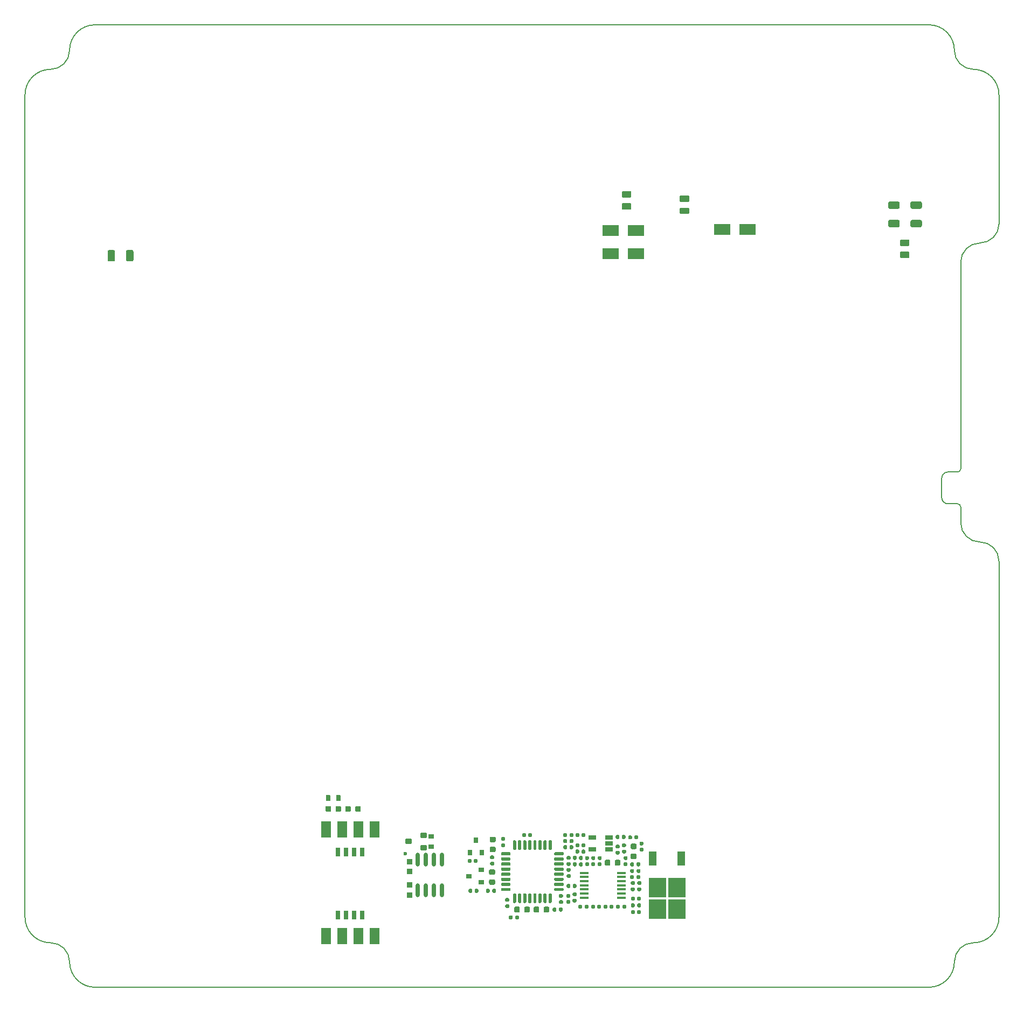
<source format=gtp>
G75*
G70*
%OFA0B0*%
%FSLAX25Y25*%
%IPPOS*%
%LPD*%
%AMOC8*
5,1,8,0,0,1.08239X$1,22.5*
%
%AMM19*
21,1,0.035430,0.030320,0.000000,-0.000000,90.000000*
21,1,0.028350,0.037400,0.000000,-0.000000,90.000000*
1,1,0.007090,0.015160,0.014170*
1,1,0.007090,0.015160,-0.014170*
1,1,0.007090,-0.015160,-0.014170*
1,1,0.007090,-0.015160,0.014170*
%
%AMM20*
21,1,0.033470,0.026770,0.000000,-0.000000,270.000000*
21,1,0.026770,0.033470,0.000000,-0.000000,270.000000*
1,1,0.006690,-0.013390,-0.013390*
1,1,0.006690,-0.013390,0.013390*
1,1,0.006690,0.013390,0.013390*
1,1,0.006690,0.013390,-0.013390*
%
%AMM21*
21,1,0.027560,0.030710,0.000000,-0.000000,90.000000*
21,1,0.022050,0.036220,0.000000,-0.000000,90.000000*
1,1,0.005510,0.015350,0.011020*
1,1,0.005510,0.015350,-0.011020*
1,1,0.005510,-0.015350,-0.011020*
1,1,0.005510,-0.015350,0.011020*
%
%ADD105M19*%
%ADD106M20*%
%ADD107M21*%
%ADD28R,0.04803X0.02559*%
%ADD29R,0.03543X0.03150*%
%ADD43R,0.10827X0.12008*%
%ADD45R,0.04724X0.08661*%
%ADD47R,0.05709X0.01772*%
%ADD51R,0.03150X0.03543*%
%ADD58C,0.02362*%
%ADD62C,0.00787*%
%ADD63R,0.09843X0.07087*%
%ADD72R,0.05984X0.10000*%
%ADD79R,0.02717X0.05315*%
%ADD89O,0.00000X0.00000*%
%ADD92O,0.02362X0.08661*%
X0000000Y0000000D02*
%LPD*%
G01*
D62*
X0015748Y0568110D02*
G75*
G03*
X0027559Y0579921I0000000J0011811D01*
G01*
X0602362Y0472441D02*
X0602362Y0552362D01*
X0027559Y0015748D02*
G75*
G03*
X0043307Y0000000I0015748J0000000D01*
G01*
X0043307Y0595669D02*
X0559055Y0595669D01*
X0586614Y0027559D02*
G75*
G03*
X0602362Y0043307I0000000J0015748D01*
G01*
X0576772Y0299213D02*
X0570866Y0299213D01*
X0043307Y0000000D02*
X0559055Y0000000D01*
X0566929Y0303150D02*
G75*
G03*
X0570866Y0299213I0003937J0000000D01*
G01*
X0015748Y0027559D02*
G75*
G02*
X0000000Y0043307I0000000J0015748D01*
G01*
X0566929Y0303150D02*
X0566929Y0314961D01*
X0578740Y0448819D02*
G75*
G02*
X0590551Y0460630I0011811J0000000D01*
G01*
X0586614Y0027559D02*
G75*
G03*
X0574803Y0015748I0000000J-011811D01*
G01*
X0027559Y0579921D02*
G75*
G02*
X0043307Y0595669I0015748J0000000D01*
G01*
X0000000Y0043307D02*
X0000000Y0552362D01*
X0574803Y0579921D02*
G75*
G03*
X0559055Y0595669I-015748J0000000D01*
G01*
X0590551Y0275591D02*
G75*
G02*
X0602362Y0263780I0000000J-011811D01*
G01*
X0570866Y0318898D02*
X0576772Y0318898D01*
X0015748Y0027559D02*
G75*
G02*
X0027559Y0015748I0000000J-011811D01*
G01*
X0586614Y0568110D02*
G75*
G02*
X0574803Y0579921I0000000J0011811D01*
G01*
X0576772Y0299213D02*
G75*
G02*
X0578740Y0297244I0000000J-001969D01*
G01*
X0576772Y0318898D02*
G75*
G03*
X0578740Y0320866I0000000J0001969D01*
G01*
X0566929Y0314961D02*
G75*
G02*
X0570866Y0318898I0003937J0000000D01*
G01*
X0578740Y0320866D02*
X0578740Y0448819D01*
X0578740Y0287402D02*
X0578740Y0297244D01*
X0590551Y0460630D02*
G75*
G03*
X0602362Y0472441I0000000J0011811D01*
G01*
X0574803Y0015748D02*
G75*
G02*
X0559055Y0000000I-015748J0000000D01*
G01*
X0015748Y0568110D02*
G75*
G03*
X0000000Y0552362I0000000J-015748D01*
G01*
X0578740Y0287402D02*
G75*
G03*
X0590551Y0275591I0011811J0000000D01*
G01*
X0602362Y0043307D02*
X0602362Y0263780D01*
X0586614Y0568110D02*
G75*
G02*
X0602362Y0552362I0000000J-015748D01*
G01*
D63*
X0446850Y0468898D03*
X0431102Y0468898D03*
G36*
G01*
X0186087Y0115539D02*
X0186087Y0118610D01*
G75*
G02*
X0186362Y0118886I0000276J0000000D01*
G01*
X0188567Y0118886D01*
G75*
G02*
X0188843Y0118610I0000000J-000276D01*
G01*
X0188843Y0115539D01*
G75*
G02*
X0188567Y0115264I-000276J0000000D01*
G01*
X0186362Y0115264D01*
G75*
G02*
X0186087Y0115539I0000000J0000276D01*
G01*
G37*
G36*
G01*
X0192386Y0115539D02*
X0192386Y0118610D01*
G75*
G02*
X0192661Y0118886I0000276J0000000D01*
G01*
X0194866Y0118886D01*
G75*
G02*
X0195142Y0118610I0000000J-000276D01*
G01*
X0195142Y0115539D01*
G75*
G02*
X0194866Y0115264I-000276J0000000D01*
G01*
X0192661Y0115264D01*
G75*
G02*
X0192386Y0115539I0000000J0000276D01*
G01*
G37*
G36*
G01*
X0533858Y0482697D02*
X0533858Y0485413D01*
G75*
G02*
X0534764Y0486319I0000906J0000000D01*
G01*
X0540039Y0486319D01*
G75*
G02*
X0540945Y0485413I0000000J-000906D01*
G01*
X0540945Y0482697D01*
G75*
G02*
X0540039Y0481791I-000906J0000000D01*
G01*
X0534764Y0481791D01*
G75*
G02*
X0533858Y0482697I0000000J0000906D01*
G01*
G37*
G36*
G01*
X0533858Y0471279D02*
X0533858Y0473996D01*
G75*
G02*
X0534764Y0474902I0000906J0000000D01*
G01*
X0540039Y0474902D01*
G75*
G02*
X0540945Y0473996I0000000J-000906D01*
G01*
X0540945Y0471279D01*
G75*
G02*
X0540039Y0470374I-000906J0000000D01*
G01*
X0534764Y0470374D01*
G75*
G02*
X0533858Y0471279I0000000J0000906D01*
G01*
G37*
D89*
X0234475Y0072785D03*
G36*
G01*
X0547638Y0482697D02*
X0547638Y0485413D01*
G75*
G02*
X0548543Y0486319I0000906J0000000D01*
G01*
X0553819Y0486319D01*
G75*
G02*
X0554724Y0485413I0000000J-000906D01*
G01*
X0554724Y0482697D01*
G75*
G02*
X0553819Y0481791I-000906J0000000D01*
G01*
X0548543Y0481791D01*
G75*
G02*
X0547638Y0482697I0000000J0000906D01*
G01*
G37*
G36*
G01*
X0547638Y0471279D02*
X0547638Y0473996D01*
G75*
G02*
X0548543Y0474902I0000906J0000000D01*
G01*
X0553819Y0474902D01*
G75*
G02*
X0554724Y0473996I0000000J-000906D01*
G01*
X0554724Y0471279D01*
G75*
G02*
X0553819Y0470374I-000906J0000000D01*
G01*
X0548543Y0470374D01*
G75*
G02*
X0547638Y0471279I0000000J0000906D01*
G01*
G37*
G36*
G01*
X0405413Y0489961D02*
X0410335Y0489961D01*
G75*
G02*
X0410728Y0489567I0000000J-000394D01*
G01*
X0410728Y0486417D01*
G75*
G02*
X0410335Y0486024I-000394J0000000D01*
G01*
X0405413Y0486024D01*
G75*
G02*
X0405020Y0486417I0000000J0000394D01*
G01*
X0405020Y0489567D01*
G75*
G02*
X0405413Y0489961I0000394J0000000D01*
G01*
G37*
G36*
G01*
X0405413Y0482480D02*
X0410335Y0482480D01*
G75*
G02*
X0410728Y0482087I0000000J-000394D01*
G01*
X0410728Y0478937D01*
G75*
G02*
X0410335Y0478543I-000394J0000000D01*
G01*
X0405413Y0478543D01*
G75*
G02*
X0405020Y0478937I0000000J0000394D01*
G01*
X0405020Y0482087D01*
G75*
G02*
X0405413Y0482480I0000394J0000000D01*
G01*
G37*
D63*
X0377953Y0468504D03*
X0362205Y0468504D03*
G36*
G01*
X0541634Y0462795D02*
X0546555Y0462795D01*
G75*
G02*
X0546949Y0462402I0000000J-000394D01*
G01*
X0546949Y0459252D01*
G75*
G02*
X0546555Y0458858I-000394J0000000D01*
G01*
X0541634Y0458858D01*
G75*
G02*
X0541240Y0459252I0000000J0000394D01*
G01*
X0541240Y0462402D01*
G75*
G02*
X0541634Y0462795I0000394J0000000D01*
G01*
G37*
G36*
G01*
X0541634Y0455315D02*
X0546555Y0455315D01*
G75*
G02*
X0546949Y0454921I0000000J-000394D01*
G01*
X0546949Y0451772D01*
G75*
G02*
X0546555Y0451378I-000394J0000000D01*
G01*
X0541634Y0451378D01*
G75*
G02*
X0541240Y0451772I0000000J0000394D01*
G01*
X0541240Y0454921D01*
G75*
G02*
X0541634Y0455315I0000394J0000000D01*
G01*
G37*
G36*
G01*
X0195437Y0111720D02*
X0195437Y0109043D01*
G75*
G02*
X0195102Y0108709I-000335J0000000D01*
G01*
X0192425Y0108709D01*
G75*
G02*
X0192091Y0109043I0000000J0000335D01*
G01*
X0192091Y0111720D01*
G75*
G02*
X0192425Y0112055I0000335J0000000D01*
G01*
X0195102Y0112055D01*
G75*
G02*
X0195437Y0111720I0000000J-000335D01*
G01*
G37*
G36*
G01*
X0189217Y0111720D02*
X0189217Y0109043D01*
G75*
G02*
X0188882Y0108709I-000335J0000000D01*
G01*
X0186205Y0108709D01*
G75*
G02*
X0185870Y0109043I0000000J0000335D01*
G01*
X0185870Y0111720D01*
G75*
G02*
X0186205Y0112055I0000335J0000000D01*
G01*
X0188882Y0112055D01*
G75*
G02*
X0189217Y0111720I0000000J-000335D01*
G01*
G37*
G36*
G01*
X0369587Y0492717D02*
X0374508Y0492717D01*
G75*
G02*
X0374902Y0492323I0000000J-000394D01*
G01*
X0374902Y0489173D01*
G75*
G02*
X0374508Y0488780I-000394J0000000D01*
G01*
X0369587Y0488780D01*
G75*
G02*
X0369193Y0489173I0000000J0000394D01*
G01*
X0369193Y0492323D01*
G75*
G02*
X0369587Y0492717I0000394J0000000D01*
G01*
G37*
G36*
G01*
X0369587Y0485236D02*
X0374508Y0485236D01*
G75*
G02*
X0374902Y0484842I0000000J-000394D01*
G01*
X0374902Y0481693D01*
G75*
G02*
X0374508Y0481299I-000394J0000000D01*
G01*
X0369587Y0481299D01*
G75*
G02*
X0369193Y0481693I0000000J0000394D01*
G01*
X0369193Y0484842D01*
G75*
G02*
X0369587Y0485236I0000394J0000000D01*
G01*
G37*
X0377953Y0453937D03*
X0362205Y0453937D03*
G36*
G01*
X0054705Y0449213D02*
X0051988Y0449213D01*
G75*
G02*
X0051083Y0450118I0000000J0000906D01*
G01*
X0051083Y0455394D01*
G75*
G02*
X0051988Y0456299I0000906J0000000D01*
G01*
X0054705Y0456299D01*
G75*
G02*
X0055610Y0455394I0000000J-000906D01*
G01*
X0055610Y0450118D01*
G75*
G02*
X0054705Y0449213I-000906J0000000D01*
G01*
G37*
G36*
G01*
X0066122Y0449213D02*
X0063406Y0449213D01*
G75*
G02*
X0062500Y0450118I0000000J0000906D01*
G01*
X0062500Y0455394D01*
G75*
G02*
X0063406Y0456299I0000906J0000000D01*
G01*
X0066122Y0456299D01*
G75*
G02*
X0067028Y0455394I0000000J-000906D01*
G01*
X0067028Y0450118D01*
G75*
G02*
X0066122Y0449213I-000906J0000000D01*
G01*
G37*
G36*
G01*
X0198035Y0109043D02*
X0198035Y0111720D01*
G75*
G02*
X0198370Y0112055I0000335J0000000D01*
G01*
X0201047Y0112055D01*
G75*
G02*
X0201382Y0111720I0000000J-000335D01*
G01*
X0201382Y0109043D01*
G75*
G02*
X0201047Y0108709I-000335J0000000D01*
G01*
X0198370Y0108709D01*
G75*
G02*
X0198035Y0109043I0000000J0000335D01*
G01*
G37*
G36*
G01*
X0204256Y0109043D02*
X0204256Y0111720D01*
G75*
G02*
X0204591Y0112055I0000335J0000000D01*
G01*
X0207268Y0112055D01*
G75*
G02*
X0207602Y0111720I0000000J-000335D01*
G01*
X0207602Y0109043D01*
G75*
G02*
X0207268Y0108709I-000335J0000000D01*
G01*
X0204591Y0108709D01*
G75*
G02*
X0204256Y0109043I0000000J0000335D01*
G01*
G37*
D79*
X0208681Y0083567D03*
D72*
X0216161Y0097567D03*
D79*
X0203681Y0083567D03*
D72*
X0206161Y0097567D03*
X0196161Y0097567D03*
D79*
X0198681Y0083567D03*
D72*
X0186161Y0097567D03*
D79*
X0193681Y0083567D03*
D72*
X0186161Y0031567D03*
D79*
X0193681Y0044817D03*
X0198681Y0044817D03*
D72*
X0196161Y0031567D03*
D79*
X0203681Y0044817D03*
D72*
X0206161Y0031567D03*
D79*
X0208681Y0044817D03*
D72*
X0216161Y0031567D03*
X0268307Y0038878D02*
%LPD*%
G01*
G36*
G01*
X0336900Y0075177D02*
X0335541Y0075177D01*
G75*
G02*
X0334961Y0075758I0000000J0000581D01*
G01*
X0334961Y0076919D01*
G75*
G02*
X0335541Y0077500I0000581J0000000D01*
G01*
X0336900Y0077500D01*
G75*
G02*
X0337480Y0076919I0000000J-000581D01*
G01*
X0337480Y0075758D01*
G75*
G02*
X0336900Y0075177I-000581J0000000D01*
G01*
G37*
G36*
G01*
X0336900Y0078996D02*
X0335541Y0078996D01*
G75*
G02*
X0334961Y0079577I0000000J0000581D01*
G01*
X0334961Y0080738D01*
G75*
G02*
X0335541Y0081319I0000581J0000000D01*
G01*
X0336900Y0081319D01*
G75*
G02*
X0337480Y0080738I0000000J-000581D01*
G01*
X0337480Y0079577D01*
G75*
G02*
X0336900Y0078996I-000581J0000000D01*
G01*
G37*
G36*
G01*
X0371722Y0050520D02*
X0371722Y0049161D01*
G75*
G02*
X0371142Y0048581I-000581J0000000D01*
G01*
X0369980Y0048581D01*
G75*
G02*
X0369400Y0049161I0000000J0000581D01*
G01*
X0369400Y0050520D01*
G75*
G02*
X0369980Y0051100I0000581J0000000D01*
G01*
X0371142Y0051100D01*
G75*
G02*
X0371722Y0050520I0000000J-000581D01*
G01*
G37*
G36*
G01*
X0367903Y0050520D02*
X0367903Y0049161D01*
G75*
G02*
X0367323Y0048581I-000581J0000000D01*
G01*
X0366161Y0048581D01*
G75*
G02*
X0365581Y0049161I0000000J0000581D01*
G01*
X0365581Y0050520D01*
G75*
G02*
X0366161Y0051100I0000581J0000000D01*
G01*
X0367323Y0051100D01*
G75*
G02*
X0367903Y0050520I0000000J-000581D01*
G01*
G37*
G36*
G01*
X0374331Y0075411D02*
X0374331Y0076770D01*
G75*
G02*
X0374911Y0077350I0000581J0000000D01*
G01*
X0376073Y0077350D01*
G75*
G02*
X0376653Y0076770I0000000J-000581D01*
G01*
X0376653Y0075411D01*
G75*
G02*
X0376073Y0074831I-000581J0000000D01*
G01*
X0374911Y0074831D01*
G75*
G02*
X0374331Y0075411I0000000J0000581D01*
G01*
G37*
G36*
G01*
X0378150Y0075411D02*
X0378150Y0076770D01*
G75*
G02*
X0378730Y0077350I0000581J0000000D01*
G01*
X0379892Y0077350D01*
G75*
G02*
X0380472Y0076770I0000000J-000581D01*
G01*
X0380472Y0075411D01*
G75*
G02*
X0379892Y0074831I-000581J0000000D01*
G01*
X0378730Y0074831D01*
G75*
G02*
X0378150Y0075411I0000000J0000581D01*
G01*
G37*
G36*
G01*
X0274307Y0059030D02*
X0274307Y0060388D01*
G75*
G02*
X0274888Y0060969I0000581J0000000D01*
G01*
X0276049Y0060969D01*
G75*
G02*
X0276630Y0060388I0000000J-000581D01*
G01*
X0276630Y0059030D01*
G75*
G02*
X0276049Y0058449I-000581J0000000D01*
G01*
X0274888Y0058449D01*
G75*
G02*
X0274307Y0059030I0000000J0000581D01*
G01*
G37*
G36*
G01*
X0278126Y0059030D02*
X0278126Y0060388D01*
G75*
G02*
X0278707Y0060969I0000581J0000000D01*
G01*
X0279868Y0060969D01*
G75*
G02*
X0280449Y0060388I0000000J-000581D01*
G01*
X0280449Y0059030D01*
G75*
G02*
X0279868Y0058449I-000581J0000000D01*
G01*
X0278707Y0058449D01*
G75*
G02*
X0278126Y0059030I0000000J0000581D01*
G01*
G37*
G36*
G01*
X0287869Y0073032D02*
X0289887Y0073032D01*
G75*
G02*
X0290748Y0072170I0000000J-000861D01*
G01*
X0290748Y0070448D01*
G75*
G02*
X0289887Y0069587I-000861J0000000D01*
G01*
X0287869Y0069587D01*
G75*
G02*
X0287008Y0070448I0000000J0000861D01*
G01*
X0287008Y0072170D01*
G75*
G02*
X0287869Y0073032I0000861J0000000D01*
G01*
G37*
G36*
G01*
X0287869Y0066831D02*
X0289887Y0066831D01*
G75*
G02*
X0290748Y0065970I0000000J-000861D01*
G01*
X0290748Y0064247D01*
G75*
G02*
X0289887Y0063386I-000861J0000000D01*
G01*
X0287869Y0063386D01*
G75*
G02*
X0287008Y0064247I0000000J0000861D01*
G01*
X0287008Y0065970D01*
G75*
G02*
X0287869Y0066831I0000861J0000000D01*
G01*
G37*
G36*
G01*
X0358579Y0076082D02*
X0358579Y0078099D01*
G75*
G02*
X0359440Y0078961I0000861J0000000D01*
G01*
X0361162Y0078961D01*
G75*
G02*
X0362024Y0078099I0000000J-000861D01*
G01*
X0362024Y0076082D01*
G75*
G02*
X0361162Y0075221I-000861J0000000D01*
G01*
X0359440Y0075221D01*
G75*
G02*
X0358579Y0076082I0000000J0000861D01*
G01*
G37*
G36*
G01*
X0364779Y0076082D02*
X0364779Y0078099D01*
G75*
G02*
X0365641Y0078961I0000861J0000000D01*
G01*
X0367363Y0078961D01*
G75*
G02*
X0368224Y0078099I0000000J-000861D01*
G01*
X0368224Y0076082D01*
G75*
G02*
X0367363Y0075221I-000861J0000000D01*
G01*
X0365641Y0075221D01*
G75*
G02*
X0364779Y0076082I0000000J0000861D01*
G01*
G37*
G36*
G01*
X0363972Y0050520D02*
X0363972Y0049161D01*
G75*
G02*
X0363392Y0048581I-000581J0000000D01*
G01*
X0362230Y0048581D01*
G75*
G02*
X0361650Y0049161I0000000J0000581D01*
G01*
X0361650Y0050520D01*
G75*
G02*
X0362230Y0051100I0000581J0000000D01*
G01*
X0363392Y0051100D01*
G75*
G02*
X0363972Y0050520I0000000J-000581D01*
G01*
G37*
G36*
G01*
X0360153Y0050520D02*
X0360153Y0049161D01*
G75*
G02*
X0359573Y0048581I-000581J0000000D01*
G01*
X0358411Y0048581D01*
G75*
G02*
X0357831Y0049161I0000000J0000581D01*
G01*
X0357831Y0050520D01*
G75*
G02*
X0358411Y0051100I0000581J0000000D01*
G01*
X0359573Y0051100D01*
G75*
G02*
X0360153Y0050520I0000000J-000581D01*
G01*
G37*
G36*
G01*
X0376081Y0067020D02*
X0374722Y0067020D01*
G75*
G02*
X0374142Y0067600I0000000J0000581D01*
G01*
X0374142Y0068762D01*
G75*
G02*
X0374722Y0069343I0000581J0000000D01*
G01*
X0376081Y0069343D01*
G75*
G02*
X0376661Y0068762I0000000J-000581D01*
G01*
X0376661Y0067600D01*
G75*
G02*
X0376081Y0067020I-000581J0000000D01*
G01*
G37*
G36*
G01*
X0376081Y0070839D02*
X0374722Y0070839D01*
G75*
G02*
X0374142Y0071419I0000000J0000581D01*
G01*
X0374142Y0072581D01*
G75*
G02*
X0374722Y0073161I0000581J0000000D01*
G01*
X0376081Y0073161D01*
G75*
G02*
X0376661Y0072581I0000000J-000581D01*
G01*
X0376661Y0071419D01*
G75*
G02*
X0376081Y0070839I-000581J0000000D01*
G01*
G37*
G36*
G01*
X0369793Y0088996D02*
X0371151Y0088996D01*
G75*
G02*
X0371732Y0088415I0000000J-000581D01*
G01*
X0371732Y0087254D01*
G75*
G02*
X0371151Y0086673I-000581J0000000D01*
G01*
X0369793Y0086673D01*
G75*
G02*
X0369213Y0087254I0000000J0000581D01*
G01*
X0369213Y0088415D01*
G75*
G02*
X0369793Y0088996I0000581J0000000D01*
G01*
G37*
G36*
G01*
X0369793Y0085177D02*
X0371151Y0085177D01*
G75*
G02*
X0371732Y0084597I0000000J-000581D01*
G01*
X0371732Y0083435D01*
G75*
G02*
X0371151Y0082854I-000581J0000000D01*
G01*
X0369793Y0082854D01*
G75*
G02*
X0369213Y0083435I0000000J0000581D01*
G01*
X0369213Y0084597D01*
G75*
G02*
X0369793Y0085177I0000581J0000000D01*
G01*
G37*
G36*
G01*
X0365236Y0092333D02*
X0365236Y0093691D01*
G75*
G02*
X0365817Y0094272I0000581J0000000D01*
G01*
X0366978Y0094272D01*
G75*
G02*
X0367559Y0093691I0000000J-000581D01*
G01*
X0367559Y0092333D01*
G75*
G02*
X0366978Y0091752I-000581J0000000D01*
G01*
X0365817Y0091752D01*
G75*
G02*
X0365236Y0092333I0000000J0000581D01*
G01*
G37*
G36*
G01*
X0369055Y0092333D02*
X0369055Y0093691D01*
G75*
G02*
X0369636Y0094272I0000581J0000000D01*
G01*
X0370797Y0094272D01*
G75*
G02*
X0371378Y0093691I0000000J-000581D01*
G01*
X0371378Y0092333D01*
G75*
G02*
X0370797Y0091752I-000581J0000000D01*
G01*
X0369636Y0091752D01*
G75*
G02*
X0369055Y0092333I0000000J0000581D01*
G01*
G37*
G36*
G01*
X0340433Y0093514D02*
X0340433Y0094872D01*
G75*
G02*
X0341014Y0095453I0000581J0000000D01*
G01*
X0342175Y0095453D01*
G75*
G02*
X0342756Y0094872I0000000J-000581D01*
G01*
X0342756Y0093514D01*
G75*
G02*
X0342175Y0092933I-000581J0000000D01*
G01*
X0341014Y0092933D01*
G75*
G02*
X0340433Y0093514I0000000J0000581D01*
G01*
G37*
G36*
G01*
X0344252Y0093514D02*
X0344252Y0094872D01*
G75*
G02*
X0344833Y0095453I0000581J0000000D01*
G01*
X0345994Y0095453D01*
G75*
G02*
X0346575Y0094872I0000000J-000581D01*
G01*
X0346575Y0093514D01*
G75*
G02*
X0345994Y0092933I-000581J0000000D01*
G01*
X0344833Y0092933D01*
G75*
G02*
X0344252Y0093514I0000000J0000581D01*
G01*
G37*
G36*
G01*
X0356222Y0050520D02*
X0356222Y0049161D01*
G75*
G02*
X0355642Y0048581I-000581J0000000D01*
G01*
X0354480Y0048581D01*
G75*
G02*
X0353900Y0049161I0000000J0000581D01*
G01*
X0353900Y0050520D01*
G75*
G02*
X0354480Y0051100I0000581J0000000D01*
G01*
X0355642Y0051100D01*
G75*
G02*
X0356222Y0050520I0000000J-000581D01*
G01*
G37*
G36*
G01*
X0352403Y0050520D02*
X0352403Y0049161D01*
G75*
G02*
X0351823Y0048581I-000581J0000000D01*
G01*
X0350661Y0048581D01*
G75*
G02*
X0350081Y0049161I0000000J0000581D01*
G01*
X0350081Y0050520D01*
G75*
G02*
X0350661Y0051100I0000581J0000000D01*
G01*
X0351823Y0051100D01*
G75*
G02*
X0352403Y0050520I0000000J-000581D01*
G01*
G37*
G36*
G01*
X0348472Y0050520D02*
X0348472Y0049161D01*
G75*
G02*
X0347892Y0048581I-000581J0000000D01*
G01*
X0346730Y0048581D01*
G75*
G02*
X0346150Y0049161I0000000J0000581D01*
G01*
X0346150Y0050520D01*
G75*
G02*
X0346730Y0051100I0000581J0000000D01*
G01*
X0347892Y0051100D01*
G75*
G02*
X0348472Y0050520I0000000J-000581D01*
G01*
G37*
G36*
G01*
X0344653Y0050520D02*
X0344653Y0049161D01*
G75*
G02*
X0344073Y0048581I-000581J0000000D01*
G01*
X0342911Y0048581D01*
G75*
G02*
X0342331Y0049161I0000000J0000581D01*
G01*
X0342331Y0050520D01*
G75*
G02*
X0342911Y0051100I0000581J0000000D01*
G01*
X0344073Y0051100D01*
G75*
G02*
X0344653Y0050520I0000000J-000581D01*
G01*
G37*
G36*
G01*
X0372081Y0075020D02*
X0370722Y0075020D01*
G75*
G02*
X0370142Y0075600I0000000J0000581D01*
G01*
X0370142Y0076762D01*
G75*
G02*
X0370722Y0077343I0000581J0000000D01*
G01*
X0372081Y0077343D01*
G75*
G02*
X0372661Y0076762I0000000J-000581D01*
G01*
X0372661Y0075600D01*
G75*
G02*
X0372081Y0075020I-000581J0000000D01*
G01*
G37*
G36*
G01*
X0372081Y0078839D02*
X0370722Y0078839D01*
G75*
G02*
X0370142Y0079419I0000000J0000581D01*
G01*
X0370142Y0080581D01*
G75*
G02*
X0370722Y0081161I0000581J0000000D01*
G01*
X0372081Y0081161D01*
G75*
G02*
X0372661Y0080581I0000000J-000581D01*
G01*
X0372661Y0079419D01*
G75*
G02*
X0372081Y0078839I-000581J0000000D01*
G01*
G37*
D29*
X0282315Y0065069D03*
X0282315Y0072549D03*
X0274441Y0068809D03*
D47*
X0345787Y0070768D03*
X0345787Y0068209D03*
X0345787Y0065650D03*
X0345787Y0063091D03*
X0345787Y0060532D03*
X0345787Y0057972D03*
X0345787Y0055413D03*
X0369016Y0055413D03*
X0369016Y0057972D03*
X0369016Y0060532D03*
X0369016Y0063091D03*
X0369016Y0065650D03*
X0369016Y0068209D03*
X0369016Y0070768D03*
G36*
G01*
X0380081Y0067020D02*
X0378722Y0067020D01*
G75*
G02*
X0378142Y0067600I0000000J0000581D01*
G01*
X0378142Y0068762D01*
G75*
G02*
X0378722Y0069343I0000581J0000000D01*
G01*
X0380081Y0069343D01*
G75*
G02*
X0380661Y0068762I0000000J-000581D01*
G01*
X0380661Y0067600D01*
G75*
G02*
X0380081Y0067020I-000581J0000000D01*
G01*
G37*
G36*
G01*
X0380081Y0070839D02*
X0378722Y0070839D01*
G75*
G02*
X0378142Y0071419I0000000J0000581D01*
G01*
X0378142Y0072581D01*
G75*
G02*
X0378722Y0073161I0000581J0000000D01*
G01*
X0380081Y0073161D01*
G75*
G02*
X0380661Y0072581I0000000J-000581D01*
G01*
X0380661Y0071419D01*
G75*
G02*
X0380081Y0070839I-000581J0000000D01*
G01*
G37*
G36*
G01*
X0332953Y0089774D02*
X0332953Y0091132D01*
G75*
G02*
X0333533Y0091713I0000581J0000000D01*
G01*
X0334695Y0091713D01*
G75*
G02*
X0335276Y0091132I0000000J-000581D01*
G01*
X0335276Y0089774D01*
G75*
G02*
X0334695Y0089193I-000581J0000000D01*
G01*
X0333533Y0089193D01*
G75*
G02*
X0332953Y0089774I0000000J0000581D01*
G01*
G37*
G36*
G01*
X0336772Y0089774D02*
X0336772Y0091132D01*
G75*
G02*
X0337352Y0091713I0000581J0000000D01*
G01*
X0338514Y0091713D01*
G75*
G02*
X0339094Y0091132I0000000J-000581D01*
G01*
X0339094Y0089774D01*
G75*
G02*
X0338514Y0089193I-000581J0000000D01*
G01*
X0337352Y0089193D01*
G75*
G02*
X0336772Y0089774I0000000J0000581D01*
G01*
G37*
G36*
G01*
X0339094Y0094872D02*
X0339094Y0093514D01*
G75*
G02*
X0338514Y0092933I-000581J0000000D01*
G01*
X0337352Y0092933D01*
G75*
G02*
X0336772Y0093514I0000000J0000581D01*
G01*
X0336772Y0094872D01*
G75*
G02*
X0337352Y0095453I0000581J0000000D01*
G01*
X0338514Y0095453D01*
G75*
G02*
X0339094Y0094872I0000000J-000581D01*
G01*
G37*
G36*
G01*
X0335276Y0094872D02*
X0335276Y0093514D01*
G75*
G02*
X0334695Y0092933I-000581J0000000D01*
G01*
X0333533Y0092933D01*
G75*
G02*
X0332953Y0093514I0000000J0000581D01*
G01*
X0332953Y0094872D01*
G75*
G02*
X0333533Y0095453I0000581J0000000D01*
G01*
X0334695Y0095453D01*
G75*
G02*
X0335276Y0094872I0000000J-000581D01*
G01*
G37*
G36*
G01*
X0335541Y0073839D02*
X0336900Y0073839D01*
G75*
G02*
X0337480Y0073258I0000000J-000581D01*
G01*
X0337480Y0072097D01*
G75*
G02*
X0336900Y0071516I-000581J0000000D01*
G01*
X0335541Y0071516D01*
G75*
G02*
X0334961Y0072097I0000000J0000581D01*
G01*
X0334961Y0073258D01*
G75*
G02*
X0335541Y0073839I0000581J0000000D01*
G01*
G37*
G36*
G01*
X0335541Y0070020D02*
X0336900Y0070020D01*
G75*
G02*
X0337480Y0069439I0000000J-000581D01*
G01*
X0337480Y0068278D01*
G75*
G02*
X0336900Y0067697I-000581J0000000D01*
G01*
X0335541Y0067697D01*
G75*
G02*
X0334961Y0068278I0000000J0000581D01*
G01*
X0334961Y0069439D01*
G75*
G02*
X0335541Y0070020I0000581J0000000D01*
G01*
G37*
G36*
G01*
X0381978Y0084035D02*
X0380620Y0084035D01*
G75*
G02*
X0380039Y0084616I0000000J0000581D01*
G01*
X0380039Y0085778D01*
G75*
G02*
X0380620Y0086358I0000581J0000000D01*
G01*
X0381978Y0086358D01*
G75*
G02*
X0382559Y0085778I0000000J-000581D01*
G01*
X0382559Y0084616D01*
G75*
G02*
X0381978Y0084035I-000581J0000000D01*
G01*
G37*
G36*
G01*
X0381978Y0087854D02*
X0380620Y0087854D01*
G75*
G02*
X0380039Y0088435I0000000J0000581D01*
G01*
X0380039Y0089597D01*
G75*
G02*
X0380620Y0090177I0000581J0000000D01*
G01*
X0381978Y0090177D01*
G75*
G02*
X0382559Y0089597I0000000J-000581D01*
G01*
X0382559Y0088435D01*
G75*
G02*
X0381978Y0087854I-000581J0000000D01*
G01*
G37*
G36*
G01*
X0307421Y0093514D02*
X0307421Y0094872D01*
G75*
G02*
X0308002Y0095453I0000581J0000000D01*
G01*
X0309163Y0095453D01*
G75*
G02*
X0309744Y0094872I0000000J-000581D01*
G01*
X0309744Y0093514D01*
G75*
G02*
X0309163Y0092933I-000581J0000000D01*
G01*
X0308002Y0092933D01*
G75*
G02*
X0307421Y0093514I0000000J0000581D01*
G01*
G37*
G36*
G01*
X0311240Y0093514D02*
X0311240Y0094872D01*
G75*
G02*
X0311821Y0095453I0000581J0000000D01*
G01*
X0312982Y0095453D01*
G75*
G02*
X0313563Y0094872I0000000J-000581D01*
G01*
X0313563Y0093514D01*
G75*
G02*
X0312982Y0092933I-000581J0000000D01*
G01*
X0311821Y0092933D01*
G75*
G02*
X0311240Y0093514I0000000J0000581D01*
G01*
G37*
G36*
G01*
X0330817Y0057697D02*
X0332175Y0057697D01*
G75*
G02*
X0332756Y0057116I0000000J-000581D01*
G01*
X0332756Y0055955D01*
G75*
G02*
X0332175Y0055374I-000581J0000000D01*
G01*
X0330817Y0055374D01*
G75*
G02*
X0330236Y0055955I0000000J0000581D01*
G01*
X0330236Y0057116D01*
G75*
G02*
X0330817Y0057697I0000581J0000000D01*
G01*
G37*
G36*
G01*
X0330817Y0053878D02*
X0332175Y0053878D01*
G75*
G02*
X0332756Y0053297I0000000J-000581D01*
G01*
X0332756Y0052136D01*
G75*
G02*
X0332175Y0051555I-000581J0000000D01*
G01*
X0330817Y0051555D01*
G75*
G02*
X0330236Y0052136I0000000J0000581D01*
G01*
X0330236Y0053297D01*
G75*
G02*
X0330817Y0053878I0000581J0000000D01*
G01*
G37*
G36*
G01*
X0296348Y0086791D02*
X0294990Y0086791D01*
G75*
G02*
X0294409Y0087372I0000000J0000581D01*
G01*
X0294409Y0088534D01*
G75*
G02*
X0294990Y0089114I0000581J0000000D01*
G01*
X0296348Y0089114D01*
G75*
G02*
X0296929Y0088534I0000000J-000581D01*
G01*
X0296929Y0087372D01*
G75*
G02*
X0296348Y0086791I-000581J0000000D01*
G01*
G37*
G36*
G01*
X0296348Y0090610D02*
X0294990Y0090610D01*
G75*
G02*
X0294409Y0091191I0000000J0000581D01*
G01*
X0294409Y0092352D01*
G75*
G02*
X0294990Y0092933I0000581J0000000D01*
G01*
X0296348Y0092933D01*
G75*
G02*
X0296929Y0092352I0000000J-000581D01*
G01*
X0296929Y0091191D01*
G75*
G02*
X0296348Y0090610I-000581J0000000D01*
G01*
G37*
D45*
X0388071Y0079823D03*
X0406024Y0079823D03*
D43*
X0391043Y0048425D03*
X0403051Y0048425D03*
X0391043Y0061614D03*
X0403051Y0061614D03*
G36*
G01*
X0374823Y0045876D02*
X0374823Y0047234D01*
G75*
G02*
X0375403Y0047815I0000581J0000000D01*
G01*
X0376565Y0047815D01*
G75*
G02*
X0377146Y0047234I0000000J-000581D01*
G01*
X0377146Y0045876D01*
G75*
G02*
X0376565Y0045295I-000581J0000000D01*
G01*
X0375403Y0045295D01*
G75*
G02*
X0374823Y0045876I0000000J0000581D01*
G01*
G37*
G36*
G01*
X0378642Y0045876D02*
X0378642Y0047234D01*
G75*
G02*
X0379222Y0047815I0000581J0000000D01*
G01*
X0380384Y0047815D01*
G75*
G02*
X0380964Y0047234I0000000J-000581D01*
G01*
X0380964Y0045876D01*
G75*
G02*
X0380384Y0045295I-000581J0000000D01*
G01*
X0379222Y0045295D01*
G75*
G02*
X0378642Y0045876I0000000J0000581D01*
G01*
G37*
G36*
G01*
X0336703Y0051555D02*
X0335344Y0051555D01*
G75*
G02*
X0334764Y0052136I0000000J0000581D01*
G01*
X0334764Y0053297D01*
G75*
G02*
X0335344Y0053878I0000581J0000000D01*
G01*
X0336703Y0053878D01*
G75*
G02*
X0337283Y0053297I0000000J-000581D01*
G01*
X0337283Y0052136D01*
G75*
G02*
X0336703Y0051555I-000581J0000000D01*
G01*
G37*
G36*
G01*
X0336703Y0055374D02*
X0335344Y0055374D01*
G75*
G02*
X0334764Y0055955I0000000J0000581D01*
G01*
X0334764Y0057116D01*
G75*
G02*
X0335344Y0057697I0000581J0000000D01*
G01*
X0336703Y0057697D01*
G75*
G02*
X0337283Y0057116I0000000J-000581D01*
G01*
X0337283Y0055955D01*
G75*
G02*
X0336703Y0055374I-000581J0000000D01*
G01*
G37*
G36*
G01*
X0373051Y0092136D02*
X0373051Y0093494D01*
G75*
G02*
X0373632Y0094075I0000581J0000000D01*
G01*
X0374793Y0094075D01*
G75*
G02*
X0375374Y0093494I0000000J-000581D01*
G01*
X0375374Y0092136D01*
G75*
G02*
X0374793Y0091555I-000581J0000000D01*
G01*
X0373632Y0091555D01*
G75*
G02*
X0373051Y0092136I0000000J0000581D01*
G01*
G37*
G36*
G01*
X0376870Y0092136D02*
X0376870Y0093494D01*
G75*
G02*
X0377451Y0094075I0000581J0000000D01*
G01*
X0378612Y0094075D01*
G75*
G02*
X0379193Y0093494I0000000J-000581D01*
G01*
X0379193Y0092136D01*
G75*
G02*
X0378612Y0091555I-000581J0000000D01*
G01*
X0377451Y0091555D01*
G75*
G02*
X0376870Y0092136I0000000J0000581D01*
G01*
G37*
G36*
G01*
X0339222Y0058661D02*
X0340581Y0058661D01*
G75*
G02*
X0341161Y0058081I0000000J-000581D01*
G01*
X0341161Y0056919D01*
G75*
G02*
X0340581Y0056339I-000581J0000000D01*
G01*
X0339222Y0056339D01*
G75*
G02*
X0338642Y0056919I0000000J0000581D01*
G01*
X0338642Y0058081D01*
G75*
G02*
X0339222Y0058661I0000581J0000000D01*
G01*
G37*
G36*
G01*
X0339222Y0054843D02*
X0340581Y0054843D01*
G75*
G02*
X0341161Y0054262I0000000J-000581D01*
G01*
X0341161Y0053100D01*
G75*
G02*
X0340581Y0052520I-000581J0000000D01*
G01*
X0339222Y0052520D01*
G75*
G02*
X0338642Y0053100I0000000J0000581D01*
G01*
X0338642Y0054262D01*
G75*
G02*
X0339222Y0054843I0000581J0000000D01*
G01*
G37*
G36*
G01*
X0285118Y0059065D02*
X0285118Y0060423D01*
G75*
G02*
X0285699Y0061004I0000581J0000000D01*
G01*
X0286860Y0061004D01*
G75*
G02*
X0287441Y0060423I0000000J-000581D01*
G01*
X0287441Y0059065D01*
G75*
G02*
X0286860Y0058484I-000581J0000000D01*
G01*
X0285699Y0058484D01*
G75*
G02*
X0285118Y0059065I0000000J0000581D01*
G01*
G37*
G36*
G01*
X0288937Y0059065D02*
X0288937Y0060423D01*
G75*
G02*
X0289518Y0061004I0000581J0000000D01*
G01*
X0290679Y0061004D01*
G75*
G02*
X0291260Y0060423I0000000J-000581D01*
G01*
X0291260Y0059065D01*
G75*
G02*
X0290679Y0058484I-000581J0000000D01*
G01*
X0289518Y0058484D01*
G75*
G02*
X0288937Y0059065I0000000J0000581D01*
G01*
G37*
G36*
G01*
X0324224Y0049099D02*
X0324224Y0047082D01*
G75*
G02*
X0323363Y0046221I-000861J0000000D01*
G01*
X0321641Y0046221D01*
G75*
G02*
X0320779Y0047082I0000000J0000861D01*
G01*
X0320779Y0049099D01*
G75*
G02*
X0321641Y0049961I0000861J0000000D01*
G01*
X0323363Y0049961D01*
G75*
G02*
X0324224Y0049099I0000000J-000861D01*
G01*
G37*
G36*
G01*
X0318024Y0049099D02*
X0318024Y0047082D01*
G75*
G02*
X0317162Y0046221I-000861J0000000D01*
G01*
X0315440Y0046221D01*
G75*
G02*
X0314579Y0047082I0000000J0000861D01*
G01*
X0314579Y0049099D01*
G75*
G02*
X0315440Y0049961I0000861J0000000D01*
G01*
X0317162Y0049961D01*
G75*
G02*
X0318024Y0049099I0000000J-000861D01*
G01*
G37*
G36*
G01*
X0332472Y0048770D02*
X0332472Y0047411D01*
G75*
G02*
X0331892Y0046831I-000581J0000000D01*
G01*
X0330730Y0046831D01*
G75*
G02*
X0330150Y0047411I0000000J0000581D01*
G01*
X0330150Y0048770D01*
G75*
G02*
X0330730Y0049350I0000581J0000000D01*
G01*
X0331892Y0049350D01*
G75*
G02*
X0332472Y0048770I0000000J-000581D01*
G01*
G37*
G36*
G01*
X0328653Y0048770D02*
X0328653Y0047411D01*
G75*
G02*
X0328073Y0046831I-000581J0000000D01*
G01*
X0326911Y0046831D01*
G75*
G02*
X0326331Y0047411I0000000J0000581D01*
G01*
X0326331Y0048770D01*
G75*
G02*
X0326911Y0049350I0000581J0000000D01*
G01*
X0328073Y0049350D01*
G75*
G02*
X0328653Y0048770I0000000J-000581D01*
G01*
G37*
G36*
G01*
X0344972Y0076770D02*
X0344972Y0075411D01*
G75*
G02*
X0344392Y0074831I-000581J0000000D01*
G01*
X0343230Y0074831D01*
G75*
G02*
X0342650Y0075411I0000000J0000581D01*
G01*
X0342650Y0076770D01*
G75*
G02*
X0343230Y0077350I0000581J0000000D01*
G01*
X0344392Y0077350D01*
G75*
G02*
X0344972Y0076770I0000000J-000581D01*
G01*
G37*
G36*
G01*
X0341153Y0076770D02*
X0341153Y0075411D01*
G75*
G02*
X0340573Y0074831I-000581J0000000D01*
G01*
X0339411Y0074831D01*
G75*
G02*
X0338831Y0075411I0000000J0000581D01*
G01*
X0338831Y0076770D01*
G75*
G02*
X0339411Y0077350I0000581J0000000D01*
G01*
X0340573Y0077350D01*
G75*
G02*
X0341153Y0076770I0000000J-000581D01*
G01*
G37*
G36*
G01*
X0350722Y0081161D02*
X0352081Y0081161D01*
G75*
G02*
X0352661Y0080581I0000000J-000581D01*
G01*
X0352661Y0079419D01*
G75*
G02*
X0352081Y0078839I-000581J0000000D01*
G01*
X0350722Y0078839D01*
G75*
G02*
X0350142Y0079419I0000000J0000581D01*
G01*
X0350142Y0080581D01*
G75*
G02*
X0350722Y0081161I0000581J0000000D01*
G01*
G37*
G36*
G01*
X0350722Y0077343D02*
X0352081Y0077343D01*
G75*
G02*
X0352661Y0076762I0000000J-000581D01*
G01*
X0352661Y0075600D01*
G75*
G02*
X0352081Y0075020I-000581J0000000D01*
G01*
X0350722Y0075020D01*
G75*
G02*
X0350142Y0075600I0000000J0000581D01*
G01*
X0350142Y0076762D01*
G75*
G02*
X0350722Y0077343I0000581J0000000D01*
G01*
G37*
G36*
G01*
X0346959Y0081161D02*
X0348317Y0081161D01*
G75*
G02*
X0348898Y0080581I0000000J-000581D01*
G01*
X0348898Y0079419D01*
G75*
G02*
X0348317Y0078839I-000581J0000000D01*
G01*
X0346959Y0078839D01*
G75*
G02*
X0346378Y0079419I0000000J0000581D01*
G01*
X0346378Y0080581D01*
G75*
G02*
X0346959Y0081161I0000581J0000000D01*
G01*
G37*
G36*
G01*
X0346959Y0077343D02*
X0348317Y0077343D01*
G75*
G02*
X0348898Y0076762I0000000J-000581D01*
G01*
X0348898Y0075600D01*
G75*
G02*
X0348317Y0075020I-000581J0000000D01*
G01*
X0346959Y0075020D01*
G75*
G02*
X0346378Y0075600I0000000J0000581D01*
G01*
X0346378Y0076762D01*
G75*
G02*
X0346959Y0077343I0000581J0000000D01*
G01*
G37*
G36*
G01*
X0344972Y0080770D02*
X0344972Y0079411D01*
G75*
G02*
X0344392Y0078831I-000581J0000000D01*
G01*
X0343230Y0078831D01*
G75*
G02*
X0342650Y0079411I0000000J0000581D01*
G01*
X0342650Y0080770D01*
G75*
G02*
X0343230Y0081350I0000581J0000000D01*
G01*
X0344392Y0081350D01*
G75*
G02*
X0344972Y0080770I0000000J-000581D01*
G01*
G37*
G36*
G01*
X0341153Y0080770D02*
X0341153Y0079411D01*
G75*
G02*
X0340573Y0078831I-000581J0000000D01*
G01*
X0339411Y0078831D01*
G75*
G02*
X0338831Y0079411I0000000J0000581D01*
G01*
X0338831Y0080770D01*
G75*
G02*
X0339411Y0081350I0000581J0000000D01*
G01*
X0340573Y0081350D01*
G75*
G02*
X0341153Y0080770I0000000J-000581D01*
G01*
G37*
D28*
X0361063Y0085335D03*
X0361063Y0089075D03*
X0361063Y0092815D03*
X0350748Y0092815D03*
X0350748Y0085335D03*
G36*
G01*
X0354722Y0081161D02*
X0356081Y0081161D01*
G75*
G02*
X0356661Y0080581I0000000J-000581D01*
G01*
X0356661Y0079419D01*
G75*
G02*
X0356081Y0078839I-000581J0000000D01*
G01*
X0354722Y0078839D01*
G75*
G02*
X0354142Y0079419I0000000J0000581D01*
G01*
X0354142Y0080581D01*
G75*
G02*
X0354722Y0081161I0000581J0000000D01*
G01*
G37*
G36*
G01*
X0354722Y0077343D02*
X0356081Y0077343D01*
G75*
G02*
X0356661Y0076762I0000000J-000581D01*
G01*
X0356661Y0075600D01*
G75*
G02*
X0356081Y0075020I-000581J0000000D01*
G01*
X0354722Y0075020D01*
G75*
G02*
X0354142Y0075600I0000000J0000581D01*
G01*
X0354142Y0076762D01*
G75*
G02*
X0354722Y0077343I0000581J0000000D01*
G01*
G37*
G36*
G01*
X0365856Y0088209D02*
X0367214Y0088209D01*
G75*
G02*
X0367795Y0087628I0000000J-000581D01*
G01*
X0367795Y0086467D01*
G75*
G02*
X0367214Y0085886I-000581J0000000D01*
G01*
X0365856Y0085886D01*
G75*
G02*
X0365276Y0086467I0000000J0000581D01*
G01*
X0365276Y0087628D01*
G75*
G02*
X0365856Y0088209I0000581J0000000D01*
G01*
G37*
G36*
G01*
X0365856Y0084390D02*
X0367214Y0084390D01*
G75*
G02*
X0367795Y0083809I0000000J-000581D01*
G01*
X0367795Y0082648D01*
G75*
G02*
X0367214Y0082067I-000581J0000000D01*
G01*
X0365856Y0082067D01*
G75*
G02*
X0365276Y0082648I0000000J0000581D01*
G01*
X0365276Y0083809D01*
G75*
G02*
X0365856Y0084390I0000581J0000000D01*
G01*
G37*
G36*
G01*
X0379222Y0065661D02*
X0380581Y0065661D01*
G75*
G02*
X0381161Y0065081I0000000J-000581D01*
G01*
X0381161Y0063919D01*
G75*
G02*
X0380581Y0063339I-000581J0000000D01*
G01*
X0379222Y0063339D01*
G75*
G02*
X0378642Y0063919I0000000J0000581D01*
G01*
X0378642Y0065081D01*
G75*
G02*
X0379222Y0065661I0000581J0000000D01*
G01*
G37*
G36*
G01*
X0379222Y0061843D02*
X0380581Y0061843D01*
G75*
G02*
X0381161Y0061262I0000000J-000581D01*
G01*
X0381161Y0060100D01*
G75*
G02*
X0380581Y0059520I-000581J0000000D01*
G01*
X0379222Y0059520D01*
G75*
G02*
X0378642Y0060100I0000000J0000581D01*
G01*
X0378642Y0061262D01*
G75*
G02*
X0379222Y0061843I0000581J0000000D01*
G01*
G37*
G36*
G01*
X0377410Y0079268D02*
X0375393Y0079268D01*
G75*
G02*
X0374531Y0080129I0000000J0000861D01*
G01*
X0374531Y0081851D01*
G75*
G02*
X0375393Y0082713I0000861J0000000D01*
G01*
X0377410Y0082713D01*
G75*
G02*
X0378272Y0081851I0000000J-000861D01*
G01*
X0378272Y0080129D01*
G75*
G02*
X0377410Y0079268I-000861J0000000D01*
G01*
G37*
G36*
G01*
X0377410Y0085469D02*
X0375393Y0085469D01*
G75*
G02*
X0374531Y0086330I0000000J0000861D01*
G01*
X0374531Y0088052D01*
G75*
G02*
X0375393Y0088913I0000861J0000000D01*
G01*
X0377410Y0088913D01*
G75*
G02*
X0378272Y0088052I0000000J-000861D01*
G01*
X0378272Y0086330D01*
G75*
G02*
X0377410Y0085469I-000861J0000000D01*
G01*
G37*
G36*
G01*
X0374823Y0054144D02*
X0374823Y0055502D01*
G75*
G02*
X0375403Y0056083I0000581J0000000D01*
G01*
X0376565Y0056083D01*
G75*
G02*
X0377146Y0055502I0000000J-000581D01*
G01*
X0377146Y0054144D01*
G75*
G02*
X0376565Y0053563I-000581J0000000D01*
G01*
X0375403Y0053563D01*
G75*
G02*
X0374823Y0054144I0000000J0000581D01*
G01*
G37*
G36*
G01*
X0378642Y0054144D02*
X0378642Y0055502D01*
G75*
G02*
X0379222Y0056083I0000581J0000000D01*
G01*
X0380384Y0056083D01*
G75*
G02*
X0380964Y0055502I0000000J-000581D01*
G01*
X0380964Y0054144D01*
G75*
G02*
X0380384Y0053563I-000581J0000000D01*
G01*
X0379222Y0053563D01*
G75*
G02*
X0378642Y0054144I0000000J0000581D01*
G01*
G37*
G36*
G01*
X0380964Y0051368D02*
X0380964Y0050010D01*
G75*
G02*
X0380384Y0049429I-000581J0000000D01*
G01*
X0379222Y0049429D01*
G75*
G02*
X0378642Y0050010I0000000J0000581D01*
G01*
X0378642Y0051368D01*
G75*
G02*
X0379222Y0051949I0000581J0000000D01*
G01*
X0380384Y0051949D01*
G75*
G02*
X0380964Y0051368I0000000J-000581D01*
G01*
G37*
G36*
G01*
X0377146Y0051368D02*
X0377146Y0050010D01*
G75*
G02*
X0376565Y0049429I-000581J0000000D01*
G01*
X0375403Y0049429D01*
G75*
G02*
X0374823Y0050010I0000000J0000581D01*
G01*
X0374823Y0051368D01*
G75*
G02*
X0375403Y0051949I0000581J0000000D01*
G01*
X0376565Y0051949D01*
G75*
G02*
X0377146Y0051368I0000000J-000581D01*
G01*
G37*
G36*
G01*
X0302579Y0047082D02*
X0302579Y0049099D01*
G75*
G02*
X0303440Y0049961I0000861J0000000D01*
G01*
X0305162Y0049961D01*
G75*
G02*
X0306024Y0049099I0000000J-000861D01*
G01*
X0306024Y0047082D01*
G75*
G02*
X0305162Y0046221I-000861J0000000D01*
G01*
X0303440Y0046221D01*
G75*
G02*
X0302579Y0047082I0000000J0000861D01*
G01*
G37*
G36*
G01*
X0308779Y0047082D02*
X0308779Y0049099D01*
G75*
G02*
X0309641Y0049961I0000861J0000000D01*
G01*
X0311363Y0049961D01*
G75*
G02*
X0312224Y0049099I0000000J-000861D01*
G01*
X0312224Y0047082D01*
G75*
G02*
X0311363Y0046221I-000861J0000000D01*
G01*
X0309641Y0046221D01*
G75*
G02*
X0308779Y0047082I0000000J0000861D01*
G01*
G37*
G36*
G01*
X0299350Y0042530D02*
X0299350Y0043888D01*
G75*
G02*
X0299931Y0044469I0000581J0000000D01*
G01*
X0301092Y0044469D01*
G75*
G02*
X0301673Y0043888I0000000J-000581D01*
G01*
X0301673Y0042530D01*
G75*
G02*
X0301092Y0041949I-000581J0000000D01*
G01*
X0299931Y0041949D01*
G75*
G02*
X0299350Y0042530I0000000J0000581D01*
G01*
G37*
G36*
G01*
X0303169Y0042530D02*
X0303169Y0043888D01*
G75*
G02*
X0303750Y0044469I0000581J0000000D01*
G01*
X0304911Y0044469D01*
G75*
G02*
X0305492Y0043888I0000000J-000581D01*
G01*
X0305492Y0042530D01*
G75*
G02*
X0304911Y0041949I-000581J0000000D01*
G01*
X0303750Y0041949D01*
G75*
G02*
X0303169Y0042530I0000000J0000581D01*
G01*
G37*
G36*
G01*
X0346575Y0084636D02*
X0346575Y0083278D01*
G75*
G02*
X0345994Y0082697I-000581J0000000D01*
G01*
X0344833Y0082697D01*
G75*
G02*
X0344252Y0083278I0000000J0000581D01*
G01*
X0344252Y0084636D01*
G75*
G02*
X0344833Y0085217I0000581J0000000D01*
G01*
X0345994Y0085217D01*
G75*
G02*
X0346575Y0084636I0000000J-000581D01*
G01*
G37*
G36*
G01*
X0342756Y0084636D02*
X0342756Y0083278D01*
G75*
G02*
X0342175Y0082697I-000581J0000000D01*
G01*
X0341014Y0082697D01*
G75*
G02*
X0340433Y0083278I0000000J0000581D01*
G01*
X0340433Y0084636D01*
G75*
G02*
X0341014Y0085217I0000581J0000000D01*
G01*
X0342175Y0085217D01*
G75*
G02*
X0342756Y0084636I0000000J-000581D01*
G01*
G37*
G36*
G01*
X0333169Y0061024D02*
X0333169Y0060039D01*
G75*
G02*
X0332677Y0059547I-000492J0000000D01*
G01*
X0327756Y0059547D01*
G75*
G02*
X0327264Y0060039I0000000J0000492D01*
G01*
X0327264Y0061024D01*
G75*
G02*
X0327756Y0061516I0000492J0000000D01*
G01*
X0332677Y0061516D01*
G75*
G02*
X0333169Y0061024I0000000J-000492D01*
G01*
G37*
G36*
G01*
X0333169Y0064173D02*
X0333169Y0063189D01*
G75*
G02*
X0332677Y0062697I-000492J0000000D01*
G01*
X0327756Y0062697D01*
G75*
G02*
X0327264Y0063189I0000000J0000492D01*
G01*
X0327264Y0064173D01*
G75*
G02*
X0327756Y0064665I0000492J0000000D01*
G01*
X0332677Y0064665D01*
G75*
G02*
X0333169Y0064173I0000000J-000492D01*
G01*
G37*
G36*
G01*
X0333169Y0067323D02*
X0333169Y0066339D01*
G75*
G02*
X0332677Y0065847I-000492J0000000D01*
G01*
X0327756Y0065847D01*
G75*
G02*
X0327264Y0066339I0000000J0000492D01*
G01*
X0327264Y0067323D01*
G75*
G02*
X0327756Y0067815I0000492J0000000D01*
G01*
X0332677Y0067815D01*
G75*
G02*
X0333169Y0067323I0000000J-000492D01*
G01*
G37*
G36*
G01*
X0333169Y0070472D02*
X0333169Y0069488D01*
G75*
G02*
X0332677Y0068996I-000492J0000000D01*
G01*
X0327756Y0068996D01*
G75*
G02*
X0327264Y0069488I0000000J0000492D01*
G01*
X0327264Y0070472D01*
G75*
G02*
X0327756Y0070965I0000492J0000000D01*
G01*
X0332677Y0070965D01*
G75*
G02*
X0333169Y0070472I0000000J-000492D01*
G01*
G37*
G36*
G01*
X0333169Y0073622D02*
X0333169Y0072638D01*
G75*
G02*
X0332677Y0072146I-000492J0000000D01*
G01*
X0327756Y0072146D01*
G75*
G02*
X0327264Y0072638I0000000J0000492D01*
G01*
X0327264Y0073622D01*
G75*
G02*
X0327756Y0074114I0000492J0000000D01*
G01*
X0332677Y0074114D01*
G75*
G02*
X0333169Y0073622I0000000J-000492D01*
G01*
G37*
G36*
G01*
X0333169Y0076772D02*
X0333169Y0075787D01*
G75*
G02*
X0332677Y0075295I-000492J0000000D01*
G01*
X0327756Y0075295D01*
G75*
G02*
X0327264Y0075787I0000000J0000492D01*
G01*
X0327264Y0076772D01*
G75*
G02*
X0327756Y0077264I0000492J0000000D01*
G01*
X0332677Y0077264D01*
G75*
G02*
X0333169Y0076772I0000000J-000492D01*
G01*
G37*
G36*
G01*
X0333169Y0079921D02*
X0333169Y0078937D01*
G75*
G02*
X0332677Y0078445I-000492J0000000D01*
G01*
X0327756Y0078445D01*
G75*
G02*
X0327264Y0078937I0000000J0000492D01*
G01*
X0327264Y0079921D01*
G75*
G02*
X0327756Y0080413I0000492J0000000D01*
G01*
X0332677Y0080413D01*
G75*
G02*
X0333169Y0079921I0000000J-000492D01*
G01*
G37*
G36*
G01*
X0333169Y0083071D02*
X0333169Y0082087D01*
G75*
G02*
X0332677Y0081595I-000492J0000000D01*
G01*
X0327756Y0081595D01*
G75*
G02*
X0327264Y0082087I0000000J0000492D01*
G01*
X0327264Y0083071D01*
G75*
G02*
X0327756Y0083563I0000492J0000000D01*
G01*
X0332677Y0083563D01*
G75*
G02*
X0333169Y0083071I0000000J-000492D01*
G01*
G37*
G36*
G01*
X0325787Y0090453D02*
X0325787Y0085532D01*
G75*
G02*
X0325295Y0085039I-000492J0000000D01*
G01*
X0324311Y0085039D01*
G75*
G02*
X0323819Y0085532I0000000J0000492D01*
G01*
X0323819Y0090453D01*
G75*
G02*
X0324311Y0090945I0000492J0000000D01*
G01*
X0325295Y0090945D01*
G75*
G02*
X0325787Y0090453I0000000J-000492D01*
G01*
G37*
G36*
G01*
X0322638Y0090453D02*
X0322638Y0085532D01*
G75*
G02*
X0322146Y0085039I-000492J0000000D01*
G01*
X0321161Y0085039D01*
G75*
G02*
X0320669Y0085532I0000000J0000492D01*
G01*
X0320669Y0090453D01*
G75*
G02*
X0321161Y0090945I0000492J0000000D01*
G01*
X0322146Y0090945D01*
G75*
G02*
X0322638Y0090453I0000000J-000492D01*
G01*
G37*
G36*
G01*
X0319488Y0090453D02*
X0319488Y0085532D01*
G75*
G02*
X0318996Y0085039I-000492J0000000D01*
G01*
X0318012Y0085039D01*
G75*
G02*
X0317520Y0085532I0000000J0000492D01*
G01*
X0317520Y0090453D01*
G75*
G02*
X0318012Y0090945I0000492J0000000D01*
G01*
X0318996Y0090945D01*
G75*
G02*
X0319488Y0090453I0000000J-000492D01*
G01*
G37*
G36*
G01*
X0316338Y0090453D02*
X0316338Y0085532D01*
G75*
G02*
X0315846Y0085039I-000492J0000000D01*
G01*
X0314862Y0085039D01*
G75*
G02*
X0314370Y0085532I0000000J0000492D01*
G01*
X0314370Y0090453D01*
G75*
G02*
X0314862Y0090945I0000492J0000000D01*
G01*
X0315846Y0090945D01*
G75*
G02*
X0316338Y0090453I0000000J-000492D01*
G01*
G37*
G36*
G01*
X0313189Y0090453D02*
X0313189Y0085532D01*
G75*
G02*
X0312697Y0085039I-000492J0000000D01*
G01*
X0311713Y0085039D01*
G75*
G02*
X0311220Y0085532I0000000J0000492D01*
G01*
X0311220Y0090453D01*
G75*
G02*
X0311713Y0090945I0000492J0000000D01*
G01*
X0312697Y0090945D01*
G75*
G02*
X0313189Y0090453I0000000J-000492D01*
G01*
G37*
G36*
G01*
X0310039Y0090453D02*
X0310039Y0085532D01*
G75*
G02*
X0309547Y0085039I-000492J0000000D01*
G01*
X0308563Y0085039D01*
G75*
G02*
X0308071Y0085532I0000000J0000492D01*
G01*
X0308071Y0090453D01*
G75*
G02*
X0308563Y0090945I0000492J0000000D01*
G01*
X0309547Y0090945D01*
G75*
G02*
X0310039Y0090453I0000000J-000492D01*
G01*
G37*
G36*
G01*
X0306890Y0090453D02*
X0306890Y0085532D01*
G75*
G02*
X0306398Y0085039I-000492J0000000D01*
G01*
X0305413Y0085039D01*
G75*
G02*
X0304921Y0085532I0000000J0000492D01*
G01*
X0304921Y0090453D01*
G75*
G02*
X0305413Y0090945I0000492J0000000D01*
G01*
X0306398Y0090945D01*
G75*
G02*
X0306890Y0090453I0000000J-000492D01*
G01*
G37*
G36*
G01*
X0303740Y0090453D02*
X0303740Y0085532D01*
G75*
G02*
X0303248Y0085039I-000492J0000000D01*
G01*
X0302264Y0085039D01*
G75*
G02*
X0301772Y0085532I0000000J0000492D01*
G01*
X0301772Y0090453D01*
G75*
G02*
X0302264Y0090945I0000492J0000000D01*
G01*
X0303248Y0090945D01*
G75*
G02*
X0303740Y0090453I0000000J-000492D01*
G01*
G37*
G36*
G01*
X0300295Y0083071D02*
X0300295Y0082087D01*
G75*
G02*
X0299803Y0081595I-000492J0000000D01*
G01*
X0294882Y0081595D01*
G75*
G02*
X0294390Y0082087I0000000J0000492D01*
G01*
X0294390Y0083071D01*
G75*
G02*
X0294882Y0083563I0000492J0000000D01*
G01*
X0299803Y0083563D01*
G75*
G02*
X0300295Y0083071I0000000J-000492D01*
G01*
G37*
G36*
G01*
X0300295Y0079921D02*
X0300295Y0078937D01*
G75*
G02*
X0299803Y0078445I-000492J0000000D01*
G01*
X0294882Y0078445D01*
G75*
G02*
X0294390Y0078937I0000000J0000492D01*
G01*
X0294390Y0079921D01*
G75*
G02*
X0294882Y0080413I0000492J0000000D01*
G01*
X0299803Y0080413D01*
G75*
G02*
X0300295Y0079921I0000000J-000492D01*
G01*
G37*
G36*
G01*
X0300295Y0076772D02*
X0300295Y0075787D01*
G75*
G02*
X0299803Y0075295I-000492J0000000D01*
G01*
X0294882Y0075295D01*
G75*
G02*
X0294390Y0075787I0000000J0000492D01*
G01*
X0294390Y0076772D01*
G75*
G02*
X0294882Y0077264I0000492J0000000D01*
G01*
X0299803Y0077264D01*
G75*
G02*
X0300295Y0076772I0000000J-000492D01*
G01*
G37*
G36*
G01*
X0300295Y0073622D02*
X0300295Y0072638D01*
G75*
G02*
X0299803Y0072146I-000492J0000000D01*
G01*
X0294882Y0072146D01*
G75*
G02*
X0294390Y0072638I0000000J0000492D01*
G01*
X0294390Y0073622D01*
G75*
G02*
X0294882Y0074114I0000492J0000000D01*
G01*
X0299803Y0074114D01*
G75*
G02*
X0300295Y0073622I0000000J-000492D01*
G01*
G37*
G36*
G01*
X0300295Y0070472D02*
X0300295Y0069488D01*
G75*
G02*
X0299803Y0068996I-000492J0000000D01*
G01*
X0294882Y0068996D01*
G75*
G02*
X0294390Y0069488I0000000J0000492D01*
G01*
X0294390Y0070472D01*
G75*
G02*
X0294882Y0070965I0000492J0000000D01*
G01*
X0299803Y0070965D01*
G75*
G02*
X0300295Y0070472I0000000J-000492D01*
G01*
G37*
G36*
G01*
X0300295Y0067323D02*
X0300295Y0066339D01*
G75*
G02*
X0299803Y0065847I-000492J0000000D01*
G01*
X0294882Y0065847D01*
G75*
G02*
X0294390Y0066339I0000000J0000492D01*
G01*
X0294390Y0067323D01*
G75*
G02*
X0294882Y0067815I0000492J0000000D01*
G01*
X0299803Y0067815D01*
G75*
G02*
X0300295Y0067323I0000000J-000492D01*
G01*
G37*
G36*
G01*
X0300295Y0064173D02*
X0300295Y0063189D01*
G75*
G02*
X0299803Y0062697I-000492J0000000D01*
G01*
X0294882Y0062697D01*
G75*
G02*
X0294390Y0063189I0000000J0000492D01*
G01*
X0294390Y0064173D01*
G75*
G02*
X0294882Y0064665I0000492J0000000D01*
G01*
X0299803Y0064665D01*
G75*
G02*
X0300295Y0064173I0000000J-000492D01*
G01*
G37*
G36*
G01*
X0300295Y0061024D02*
X0300295Y0060039D01*
G75*
G02*
X0299803Y0059547I-000492J0000000D01*
G01*
X0294882Y0059547D01*
G75*
G02*
X0294390Y0060039I0000000J0000492D01*
G01*
X0294390Y0061024D01*
G75*
G02*
X0294882Y0061516I0000492J0000000D01*
G01*
X0299803Y0061516D01*
G75*
G02*
X0300295Y0061024I0000000J-000492D01*
G01*
G37*
G36*
G01*
X0303740Y0057579D02*
X0303740Y0052658D01*
G75*
G02*
X0303248Y0052165I-000492J0000000D01*
G01*
X0302264Y0052165D01*
G75*
G02*
X0301772Y0052658I0000000J0000492D01*
G01*
X0301772Y0057579D01*
G75*
G02*
X0302264Y0058071I0000492J0000000D01*
G01*
X0303248Y0058071D01*
G75*
G02*
X0303740Y0057579I0000000J-000492D01*
G01*
G37*
G36*
G01*
X0306890Y0057579D02*
X0306890Y0052658D01*
G75*
G02*
X0306398Y0052165I-000492J0000000D01*
G01*
X0305413Y0052165D01*
G75*
G02*
X0304921Y0052658I0000000J0000492D01*
G01*
X0304921Y0057579D01*
G75*
G02*
X0305413Y0058071I0000492J0000000D01*
G01*
X0306398Y0058071D01*
G75*
G02*
X0306890Y0057579I0000000J-000492D01*
G01*
G37*
G36*
G01*
X0310039Y0057579D02*
X0310039Y0052658D01*
G75*
G02*
X0309547Y0052165I-000492J0000000D01*
G01*
X0308563Y0052165D01*
G75*
G02*
X0308071Y0052658I0000000J0000492D01*
G01*
X0308071Y0057579D01*
G75*
G02*
X0308563Y0058071I0000492J0000000D01*
G01*
X0309547Y0058071D01*
G75*
G02*
X0310039Y0057579I0000000J-000492D01*
G01*
G37*
G36*
G01*
X0313189Y0057579D02*
X0313189Y0052658D01*
G75*
G02*
X0312697Y0052165I-000492J0000000D01*
G01*
X0311713Y0052165D01*
G75*
G02*
X0311220Y0052658I0000000J0000492D01*
G01*
X0311220Y0057579D01*
G75*
G02*
X0311713Y0058071I0000492J0000000D01*
G01*
X0312697Y0058071D01*
G75*
G02*
X0313189Y0057579I0000000J-000492D01*
G01*
G37*
G36*
G01*
X0316338Y0057579D02*
X0316338Y0052658D01*
G75*
G02*
X0315846Y0052165I-000492J0000000D01*
G01*
X0314862Y0052165D01*
G75*
G02*
X0314370Y0052658I0000000J0000492D01*
G01*
X0314370Y0057579D01*
G75*
G02*
X0314862Y0058071I0000492J0000000D01*
G01*
X0315846Y0058071D01*
G75*
G02*
X0316338Y0057579I0000000J-000492D01*
G01*
G37*
G36*
G01*
X0319488Y0057579D02*
X0319488Y0052658D01*
G75*
G02*
X0318996Y0052165I-000492J0000000D01*
G01*
X0318012Y0052165D01*
G75*
G02*
X0317520Y0052658I0000000J0000492D01*
G01*
X0317520Y0057579D01*
G75*
G02*
X0318012Y0058071I0000492J0000000D01*
G01*
X0318996Y0058071D01*
G75*
G02*
X0319488Y0057579I0000000J-000492D01*
G01*
G37*
G36*
G01*
X0322638Y0057579D02*
X0322638Y0052658D01*
G75*
G02*
X0322146Y0052165I-000492J0000000D01*
G01*
X0321161Y0052165D01*
G75*
G02*
X0320669Y0052658I0000000J0000492D01*
G01*
X0320669Y0057579D01*
G75*
G02*
X0321161Y0058071I0000492J0000000D01*
G01*
X0322146Y0058071D01*
G75*
G02*
X0322638Y0057579I0000000J-000492D01*
G01*
G37*
G36*
G01*
X0325787Y0057579D02*
X0325787Y0052658D01*
G75*
G02*
X0325295Y0052165I-000492J0000000D01*
G01*
X0324311Y0052165D01*
G75*
G02*
X0323819Y0052658I0000000J0000492D01*
G01*
X0323819Y0057579D01*
G75*
G02*
X0324311Y0058071I0000492J0000000D01*
G01*
X0325295Y0058071D01*
G75*
G02*
X0325787Y0057579I0000000J-000492D01*
G01*
G37*
G36*
G01*
X0332953Y0086034D02*
X0332953Y0087392D01*
G75*
G02*
X0333533Y0087972I0000581J0000000D01*
G01*
X0334695Y0087972D01*
G75*
G02*
X0335276Y0087392I0000000J-000581D01*
G01*
X0335276Y0086034D01*
G75*
G02*
X0334695Y0085453I-000581J0000000D01*
G01*
X0333533Y0085453D01*
G75*
G02*
X0332953Y0086034I0000000J0000581D01*
G01*
G37*
G36*
G01*
X0336772Y0086034D02*
X0336772Y0087392D01*
G75*
G02*
X0337352Y0087972I0000581J0000000D01*
G01*
X0338514Y0087972D01*
G75*
G02*
X0339094Y0087392I0000000J-000581D01*
G01*
X0339094Y0086034D01*
G75*
G02*
X0338514Y0085453I-000581J0000000D01*
G01*
X0337352Y0085453D01*
G75*
G02*
X0336772Y0086034I0000000J0000581D01*
G01*
G37*
G36*
G01*
X0346575Y0088573D02*
X0346575Y0087215D01*
G75*
G02*
X0345994Y0086634I-000581J0000000D01*
G01*
X0344833Y0086634D01*
G75*
G02*
X0344252Y0087215I0000000J0000581D01*
G01*
X0344252Y0088573D01*
G75*
G02*
X0344833Y0089154I0000581J0000000D01*
G01*
X0345994Y0089154D01*
G75*
G02*
X0346575Y0088573I0000000J-000581D01*
G01*
G37*
G36*
G01*
X0342756Y0088573D02*
X0342756Y0087215D01*
G75*
G02*
X0342175Y0086634I-000581J0000000D01*
G01*
X0341014Y0086634D01*
G75*
G02*
X0340433Y0087215I0000000J0000581D01*
G01*
X0340433Y0088573D01*
G75*
G02*
X0341014Y0089154I0000581J0000000D01*
G01*
X0342175Y0089154D01*
G75*
G02*
X0342756Y0088573I0000000J-000581D01*
G01*
G37*
G36*
G01*
X0341063Y0063376D02*
X0341063Y0062018D01*
G75*
G02*
X0340482Y0061437I-000581J0000000D01*
G01*
X0339321Y0061437D01*
G75*
G02*
X0338740Y0062018I0000000J0000581D01*
G01*
X0338740Y0063376D01*
G75*
G02*
X0339321Y0063957I0000581J0000000D01*
G01*
X0340482Y0063957D01*
G75*
G02*
X0341063Y0063376I0000000J-000581D01*
G01*
G37*
G36*
G01*
X0337244Y0063376D02*
X0337244Y0062018D01*
G75*
G02*
X0336663Y0061437I-000581J0000000D01*
G01*
X0335502Y0061437D01*
G75*
G02*
X0334921Y0062018I0000000J0000581D01*
G01*
X0334921Y0063376D01*
G75*
G02*
X0335502Y0063957I0000581J0000000D01*
G01*
X0336663Y0063957D01*
G75*
G02*
X0337244Y0063376I0000000J-000581D01*
G01*
G37*
G36*
G01*
X0288268Y0081555D02*
X0289626Y0081555D01*
G75*
G02*
X0290207Y0080974I0000000J-000581D01*
G01*
X0290207Y0079813D01*
G75*
G02*
X0289626Y0079232I-000581J0000000D01*
G01*
X0288268Y0079232D01*
G75*
G02*
X0287687Y0079813I0000000J0000581D01*
G01*
X0287687Y0080974D01*
G75*
G02*
X0288268Y0081555I0000581J0000000D01*
G01*
G37*
G36*
G01*
X0288268Y0077736D02*
X0289626Y0077736D01*
G75*
G02*
X0290207Y0077155I0000000J-000581D01*
G01*
X0290207Y0075994D01*
G75*
G02*
X0289626Y0075413I-000581J0000000D01*
G01*
X0288268Y0075413D01*
G75*
G02*
X0287687Y0075994I0000000J0000581D01*
G01*
X0287687Y0077155D01*
G75*
G02*
X0288268Y0077736I0000581J0000000D01*
G01*
G37*
G36*
G01*
X0297549Y0055197D02*
X0298907Y0055197D01*
G75*
G02*
X0299488Y0054616I0000000J-000581D01*
G01*
X0299488Y0053455D01*
G75*
G02*
X0298907Y0052874I-000581J0000000D01*
G01*
X0297549Y0052874D01*
G75*
G02*
X0296968Y0053455I0000000J0000581D01*
G01*
X0296968Y0054616D01*
G75*
G02*
X0297549Y0055197I0000581J0000000D01*
G01*
G37*
G36*
G01*
X0297549Y0051378D02*
X0298907Y0051378D01*
G75*
G02*
X0299488Y0050797I0000000J-000581D01*
G01*
X0299488Y0049636D01*
G75*
G02*
X0298907Y0049055I-000581J0000000D01*
G01*
X0297549Y0049055D01*
G75*
G02*
X0296968Y0049636I0000000J0000581D01*
G01*
X0296968Y0050797D01*
G75*
G02*
X0297549Y0051378I0000581J0000000D01*
G01*
G37*
G36*
G01*
X0273807Y0077530D02*
X0273807Y0078888D01*
G75*
G02*
X0274388Y0079469I0000581J0000000D01*
G01*
X0275549Y0079469D01*
G75*
G02*
X0276130Y0078888I0000000J-000581D01*
G01*
X0276130Y0077530D01*
G75*
G02*
X0275549Y0076949I-000581J0000000D01*
G01*
X0274388Y0076949D01*
G75*
G02*
X0273807Y0077530I0000000J0000581D01*
G01*
G37*
G36*
G01*
X0277626Y0077530D02*
X0277626Y0078888D01*
G75*
G02*
X0278207Y0079469I0000581J0000000D01*
G01*
X0279368Y0079469D01*
G75*
G02*
X0279949Y0078888I0000000J-000581D01*
G01*
X0279949Y0077530D01*
G75*
G02*
X0279368Y0076949I-000581J0000000D01*
G01*
X0278207Y0076949D01*
G75*
G02*
X0277626Y0077530I0000000J0000581D01*
G01*
G37*
D51*
X0275138Y0083272D03*
X0282618Y0083272D03*
X0278878Y0091146D03*
G36*
G01*
X0376581Y0059520D02*
X0375222Y0059520D01*
G75*
G02*
X0374642Y0060100I0000000J0000581D01*
G01*
X0374642Y0061262D01*
G75*
G02*
X0375222Y0061843I0000581J0000000D01*
G01*
X0376581Y0061843D01*
G75*
G02*
X0377161Y0061262I0000000J-000581D01*
G01*
X0377161Y0060100D01*
G75*
G02*
X0376581Y0059520I-000581J0000000D01*
G01*
G37*
G36*
G01*
X0376581Y0063339D02*
X0375222Y0063339D01*
G75*
G02*
X0374642Y0063919I0000000J0000581D01*
G01*
X0374642Y0065081D01*
G75*
G02*
X0375222Y0065661I0000581J0000000D01*
G01*
X0376581Y0065661D01*
G75*
G02*
X0377161Y0065081I0000000J-000581D01*
G01*
X0377161Y0063919D01*
G75*
G02*
X0376581Y0063339I-000581J0000000D01*
G01*
G37*
G36*
G01*
X0288233Y0093189D02*
X0290251Y0093189D01*
G75*
G02*
X0291112Y0092328I0000000J-000861D01*
G01*
X0291112Y0090605D01*
G75*
G02*
X0290251Y0089744I-000861J0000000D01*
G01*
X0288233Y0089744D01*
G75*
G02*
X0287372Y0090605I0000000J0000861D01*
G01*
X0287372Y0092328D01*
G75*
G02*
X0288233Y0093189I0000861J0000000D01*
G01*
G37*
G36*
G01*
X0288233Y0086988D02*
X0290251Y0086988D01*
G75*
G02*
X0291112Y0086127I0000000J-000861D01*
G01*
X0291112Y0084404D01*
G75*
G02*
X0290251Y0083543I-000861J0000000D01*
G01*
X0288233Y0083543D01*
G75*
G02*
X0287372Y0084404I0000000J0000861D01*
G01*
X0287372Y0086127D01*
G75*
G02*
X0288233Y0086988I0000861J0000000D01*
G01*
G37*
X0233392Y0097884D02*
G01*
G75*
D105*
X0246404Y0086467D02*
D03*
X0237152Y0090207D02*
D03*
D105*
X0246404Y0093947D02*
D03*
D92*
X0258018Y0078908D02*
D03*
X0253018Y0078908D02*
D03*
X0248018Y0078908D02*
D03*
X0243018Y0078908D02*
D03*
X0258018Y0060010D02*
D03*
X0253018Y0060010D02*
D03*
X0248018Y0060010D02*
D03*
X0243018Y0060010D02*
D03*
D106*
X0237723Y0063199D02*
D03*
X0237723Y0056979D02*
D03*
X0237723Y0071545D02*
D03*
X0237723Y0077766D02*
D03*
D107*
X0251305Y0093357D02*
D03*
X0251305Y0087057D02*
D03*
D58*
X0235262Y0082727D02*
D03*
M02*

</source>
